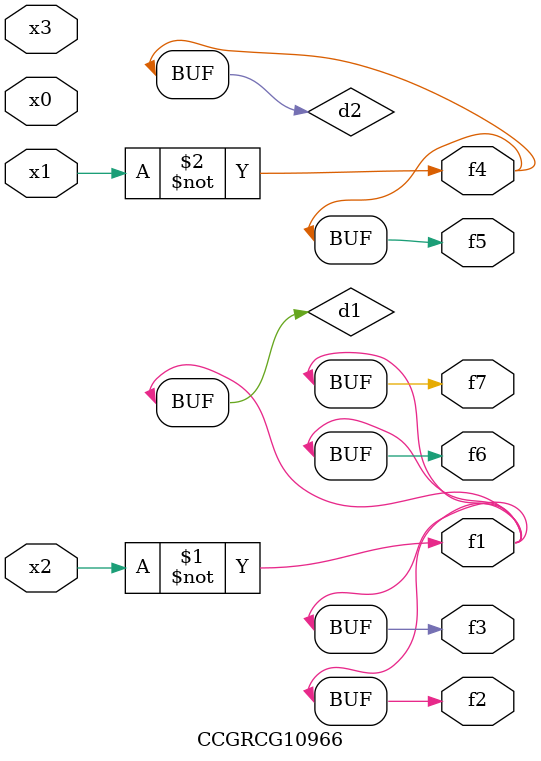
<source format=v>
module CCGRCG10966(
	input x0, x1, x2, x3,
	output f1, f2, f3, f4, f5, f6, f7
);

	wire d1, d2;

	xnor (d1, x2);
	not (d2, x1);
	assign f1 = d1;
	assign f2 = d1;
	assign f3 = d1;
	assign f4 = d2;
	assign f5 = d2;
	assign f6 = d1;
	assign f7 = d1;
endmodule

</source>
